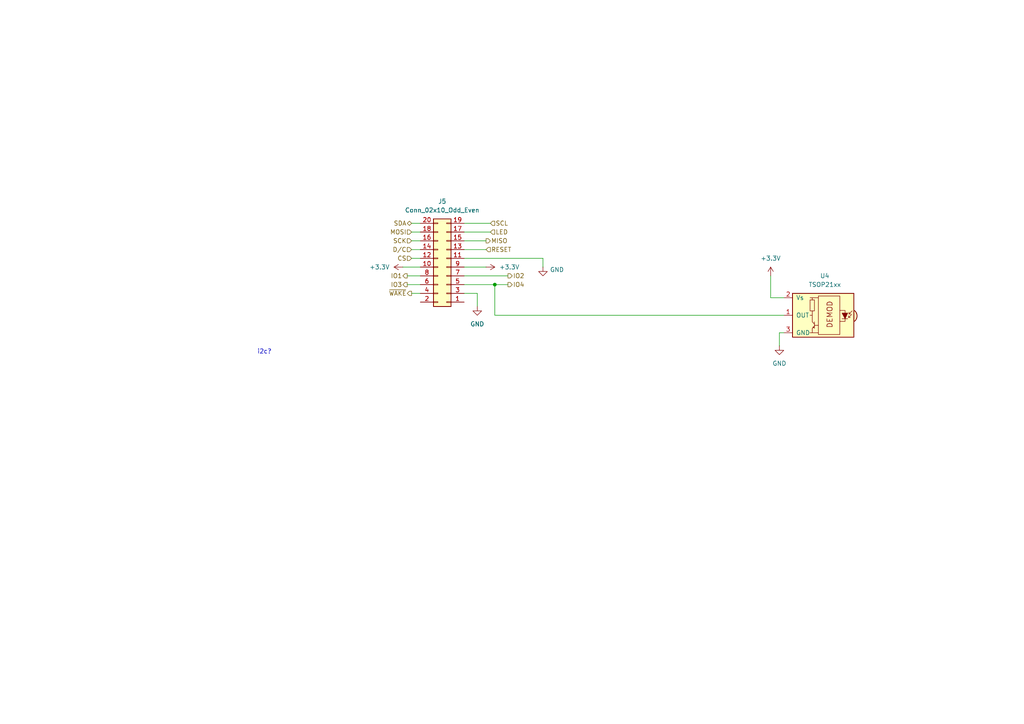
<source format=kicad_sch>
(kicad_sch (version 20231120) (generator "eeschema") (generator_version "8.0")
  (paper "A4")
  (title_block (title "Frontpanel connector"))
  (lib_symbols
    (symbol "Connector_Generic:Conn_02x10_Odd_Even" (pin_names (offset 1.016) hide)
      (property "Reference" "J" (at 1.27 12.7 0))
      (property "Value" "Conn_02x10_Odd_Even" (at 1.27 -15.24 0))
      (symbol "Conn_02x10_Odd_Even_1_1"
        (rectangle (start -1.27 -12.573) (end 0 -12.827) (stroke (width 0.1524)))
        (rectangle (start -1.27 -10.033) (end 0 -10.287) (stroke (width 0.1524)))
        (rectangle (start -1.27 -7.493) (end 0 -7.747) (stroke (width 0.1524)))
        (rectangle (start -1.27 -4.953) (end 0 -5.207) (stroke (width 0.1524)))
        (rectangle (start -1.27 -2.413) (end 0 -2.667) (stroke (width 0.1524)))
        (rectangle (start -1.27 0.127) (end 0 -0.127) (stroke (width 0.1524)))
        (rectangle (start -1.27 2.667) (end 0 2.413) (stroke (width 0.1524)))
        (rectangle (start -1.27 5.207) (end 0 4.953) (stroke (width 0.1524)))
        (rectangle (start -1.27 7.747) (end 0 7.493) (stroke (width 0.1524)))
        (rectangle (start -1.27 10.287) (end 0 10.033) (stroke (width 0.1524)))
        (rectangle (start -1.27 11.43) (end 3.81 -13.97) (stroke (width 0.254)) (fill (type background)))
        (rectangle (start 3.81 -12.573) (end 2.54 -12.827) (stroke (width 0.1524)))
        (rectangle (start 3.81 -10.033) (end 2.54 -10.287) (stroke (width 0.1524)))
        (rectangle (start 3.81 -7.493) (end 2.54 -7.747) (stroke (width 0.1524)))
        (rectangle (start 3.81 -4.953) (end 2.54 -5.207) (stroke (width 0.1524)))
        (rectangle (start 3.81 -2.413) (end 2.54 -2.667) (stroke (width 0.1524)))
        (rectangle (start 3.81 0.127) (end 2.54 -0.127) (stroke (width 0.1524)))
        (rectangle (start 3.81 2.667) (end 2.54 2.413) (stroke (width 0.1524)))
        (rectangle (start 3.81 5.207) (end 2.54 4.953) (stroke (width 0.1524)))
        (rectangle (start 3.81 7.747) (end 2.54 7.493) (stroke (width 0.1524)))
        (rectangle (start 3.81 10.287) (end 2.54 10.033) (stroke (width 0.1524)))
        (pin passive line (at -5.08 10.16 0) (length 3.81) (name "Pin_1") (number "1"))
        (pin passive line (at 7.62 0 180) (length 3.81) (name "Pin_10") (number "10"))
        (pin passive line (at -5.08 -2.54 0) (length 3.81) (name "Pin_11") (number "11"))
        (pin passive line (at 7.62 -2.54 180) (length 3.81) (name "Pin_12") (number "12"))
        (pin passive line (at -5.08 -5.08 0) (length 3.81) (name "Pin_13") (number "13"))
        (pin passive line (at 7.62 -5.08 180) (length 3.81) (name "Pin_14") (number "14"))
        (pin passive line (at -5.08 -7.62 0) (length 3.81) (name "Pin_15") (number "15"))
        (pin passive line (at 7.62 -7.62 180) (length 3.81) (name "Pin_16") (number "16"))
        (pin passive line (at -5.08 -10.16 0) (length 3.81) (name "Pin_17") (number "17"))
        (pin passive line (at 7.62 -10.16 180) (length 3.81) (name "Pin_18") (number "18"))
        (pin passive line (at -5.08 -12.7 0) (length 3.81) (name "Pin_19") (number "19"))
        (pin passive line (at 7.62 10.16 180) (length 3.81) (name "Pin_2") (number "2"))
        (pin passive line (at 7.62 -12.7 180) (length 3.81) (name "Pin_20") (number "20"))
        (pin passive line (at -5.08 7.62 0) (length 3.81) (name "Pin_3") (number "3"))
        (pin passive line (at 7.62 7.62 180) (length 3.81) (name "Pin_4") (number "4"))
        (pin passive line (at -5.08 5.08 0) (length 3.81) (name "Pin_5") (number "5"))
        (pin passive line (at 7.62 5.08 180) (length 3.81) (name "Pin_6") (number "6"))
        (pin passive line (at -5.08 2.54 0) (length 3.81) (name "Pin_7") (number "7"))
        (pin passive line (at 7.62 2.54 180) (length 3.81) (name "Pin_8") (number "8"))
        (pin passive line (at -5.08 0 0) (length 3.81) (name "Pin_9") (number "9"))
      )
    )
    (symbol "Interface_Optical:TSOP21xx" (pin_names (offset 1.016))
      (property "Reference" "U" (at -10.16 7.62 0))
      (property "Value" "TSOP21xx" (at -10.16 -7.62 0))
      (symbol "TSOP21xx_0_0"
        (arc (start -10.287 1.397) (mid -11.0899 -0.1852) (end -10.287 -1.778) (stroke (width 0.254)) (fill (type background)))
        (polyline (pts (xy 1.905 -5.08) (xy 0.127 -5.08)))
        (polyline (pts (xy 1.905 5.08) (xy 0.127 5.08)))
        (text "DEMOD" (at -3.175 0.254 900) (effects (font (size 1.524 1.524))))
      )
      (symbol "TSOP21xx_0_1"
        (rectangle (start -6.096 5.588) (end 0.127 -5.588))
        (polyline (pts (xy -8.763 0.381) (xy -9.652 1.27)))
        (polyline (pts (xy -8.763 0.381) (xy -9.271 0.381)))
        (polyline (pts (xy -8.763 0.381) (xy -8.763 0.889)))
        (polyline (pts (xy -8.636 -0.635) (xy -9.525 0.254)))
        (polyline (pts (xy -8.636 -0.635) (xy -9.144 -0.635)))
        (polyline (pts (xy -8.636 -0.635) (xy -8.636 -0.127)))
        (polyline (pts (xy -8.382 -1.016) (xy -6.731 -1.016)))
        (polyline (pts (xy 1.27 -2.921) (xy 0.127 -2.921)))
        (polyline (pts (xy 1.27 -1.905) (xy 1.27 -3.81)))
        (polyline (pts (xy 1.397 -3.556) (xy 1.524 -3.556)))
        (polyline (pts (xy 1.651 -3.556) (xy 1.524 -3.556)))
        (polyline (pts (xy 1.651 -3.556) (xy 1.651 -3.302)))
        (polyline (pts (xy 1.905 0) (xy 1.905 1.27)))
        (polyline (pts (xy 1.905 4.445) (xy 1.905 5.08) (xy 2.54 5.08)))
        (polyline (pts (xy -8.382 0.635) (xy -6.731 0.635) (xy -7.62 -1.016) (xy -8.382 0.635)) (fill (type outline)))
        (polyline (pts (xy -6.096 1.397) (xy -7.62 1.397) (xy -7.62 -1.778) (xy -6.096 -1.778)))
        (polyline (pts (xy 1.27 -3.175) (xy 1.905 -3.81) (xy 1.905 -5.08) (xy 2.54 -5.08)))
        (polyline (pts (xy 1.27 -2.54) (xy 1.905 -1.905) (xy 1.905 0) (xy 2.54 0)))
        (rectangle (start 2.54 1.27) (end 1.27 4.445))
        (rectangle (start 7.62 6.35) (end -10.16 -6.35) (stroke (width 0.254)) (fill (type background)))
      )
      (symbol "TSOP21xx_1_1"
        (pin output line (at 10.16 0 180) (length 2.54) (name "OUT") (number "1"))
        (pin power_in line (at 10.16 5.08 180) (length 2.54) (name "Vs") (number "2"))
        (pin power_in line (at 10.16 -5.08 180) (length 2.54) (name "GND") (number "3"))
      )
    )
    (symbol "power:+3.3V" (power) (pin_numbers hide) (pin_names (offset 0) hide)
      (property "Value" "+3.3V" (at 0 3.556 0))
      (symbol "+3.3V_0_1"
        (polyline (pts (xy -0.762 1.27) (xy 0 2.54)))
        (polyline (pts (xy 0 0) (xy 0 2.54)))
        (polyline (pts (xy 0 2.54) (xy 0.762 1.27)))
      )
      (symbol "+3.3V_1_1"
        (pin power_in line (at 0 0 90) (length 0) (name "~") (number "1"))
      )
    )
    (symbol "power:GND" (power) (pin_numbers hide) (pin_names (offset 0) hide)
      (property "Value" "GND" (at 0 -3.81 0))
      (symbol "GND_0_1"
        (polyline (pts (xy 0 0) (xy 0 -1.27) (xy 1.27 -1.27) (xy 0 -2.54) (xy -1.27 -1.27) (xy 0 -1.27)))
      )
      (symbol "GND_1_1"
        (pin power_in line (at 0 0 270) (length 0) (name "~") (number "1"))
      )
    )
  )
  (junction (at 143.51 82.55))
  (wire (pts (xy 119.38 72.39) (xy 121.92 72.39)))
  (wire (pts (xy 134.62 69.85) (xy 140.97 69.85)))
  (wire (pts (xy 140.97 77.47) (xy 134.62 77.47)))
  (wire (pts (xy 143.51 91.44) (xy 143.51 82.55)))
  (wire (pts (xy 134.62 82.55) (xy 143.51 82.55)))
  (wire (pts (xy 226.06 96.52) (xy 226.06 100.33)))
  (wire (pts (xy 119.38 69.85) (xy 121.92 69.85)))
  (wire (pts (xy 223.52 86.36) (xy 227.33 86.36)))
  (wire (pts (xy 134.62 72.39) (xy 140.97 72.39)))
  (wire (pts (xy 119.38 67.31) (xy 121.92 67.31)))
  (wire (pts (xy 118.11 82.55) (xy 121.92 82.55)))
  (wire (pts (xy 143.51 82.55) (xy 147.32 82.55)))
  (wire (pts (xy 134.62 80.01) (xy 147.32 80.01)))
  (wire (pts (xy 157.48 74.93) (xy 134.62 74.93)))
  (wire (pts (xy 227.33 96.52) (xy 226.06 96.52)))
  (wire (pts (xy 116.84 77.47) (xy 121.92 77.47)))
  (wire (pts (xy 227.33 91.44) (xy 143.51 91.44)))
  (wire (pts (xy 134.62 85.09) (xy 138.43 85.09)))
  (wire (pts (xy 118.11 80.01) (xy 121.92 80.01)))
  (wire (pts (xy 157.48 77.47) (xy 157.48 74.93)))
  (wire (pts (xy 119.38 85.09) (xy 121.92 85.09)))
  (wire (pts (xy 119.38 64.77) (xy 121.92 64.77)))
  (wire (pts (xy 142.24 64.77) (xy 134.62 64.77)))
  (wire (pts (xy 138.43 85.09) (xy 138.43 88.9)))
  (wire (pts (xy 134.62 67.31) (xy 142.24 67.31)))
  (wire (pts (xy 223.52 80.01) (xy 223.52 86.36)))
  (wire (pts (xy 119.38 74.93) (xy 121.92 74.93)))
  (text "i2c?\n" (at 76.708 102.108 0) (effects (font (size 1.27 1.27))))
  (hierarchical_label "IO4" (shape output) (at 147.32 82.55 0))
  (hierarchical_label "IO2" (shape output) (at 147.32 80.01 0))
  (hierarchical_label "D{slash}C" (shape input) (at 119.38 72.39 180))
  (hierarchical_label "RESET" (shape input) (at 140.97 72.39 0))
  (hierarchical_label "SCK" (shape input) (at 119.38 69.85 180))
  (hierarchical_label "~{WAKE}" (shape output) (at 119.38 85.09 180))
  (hierarchical_label "MISO" (shape output) (at 140.97 69.85 0))
  (hierarchical_label "LED" (shape input) (at 142.24 67.31 0))
  (hierarchical_label "SDA" (shape bidirectional) (at 119.38 64.77 180))
  (hierarchical_label "IO1" (shape output) (at 118.11 80.01 180))
  (hierarchical_label "MOSI" (shape input) (at 119.38 67.31 180))
  (hierarchical_label "CS" (shape input) (at 119.38 74.93 180))
  (hierarchical_label "IO3" (shape output) (at 118.11 82.55 180))
  (hierarchical_label "SCL" (shape input) (at 142.24 64.77 0))
  (symbol (lib_id "power:GND") (at 157.48 77.47 0) (unit 1)
    (property "Reference" "#PWR077" (effects (hide yes)))
    (property "Value" "GND" (at 161.544 78.232 0))
    (property "Description" "Power symbol creates a global label with name \"GND\" , ground" (effects (hide yes)))
  )
  (symbol (lib_id "power:+3.3V") (at 223.52 80.01 0) (mirror y) (unit 1)
    (property "Reference" "#PWR078" (effects (hide yes)))
    (property "Value" "+3.3V" (at 223.52 74.93 0))
    (property "Description" "Power symbol creates a global label with name \"+3.3V\"" (effects (hide yes)))
  )
  (symbol (lib_id "power:+3.3V") (at 140.97 77.47 270) (unit 1)
    (property "Reference" "#PWR076" (effects (hide yes)))
    (property "Value" "+3.3V" (at 144.78 77.4699 90) (effects (justify left)))
    (property "Description" "Power symbol creates a global label with name \"+3.3V\"" (effects (hide yes)))
  )
  (symbol (lib_id "Interface_Optical:TSOP21xx") (at 237.49 91.44 0) (mirror y) (unit 1)
    (property "Reference" "U4" (at 239.225 80.01 0))
    (property "Value" "TSOP21xx" (at 239.225 82.55 0))
    (property "Footprint" "OptoDevice:Vishay_MOLD-3Pin" (effects (hide yes)))
    (property "Datasheet" "http://www.vishay.com/docs/82460/tsop45.pdf" (effects (hide yes)))
    (property "Description" "IR Receiver Modules for Remote Control Systems" (effects (hide yes)))
  )
  (symbol (lib_id "power:GND") (at 138.43 88.9 0) (unit 1)
    (property "Reference" "#PWR075" (effects (hide yes)))
    (property "Value" "GND" (at 138.43 93.98 0))
    (property "Description" "Power symbol creates a global label with name \"GND\" , ground" (effects (hide yes)))
  )
  (symbol (lib_id "Connector_Generic:Conn_02x10_Odd_Even") (at 129.54 77.47 180) (unit 1)
    (property "Reference" "J5" (at 128.27 58.42 0))
    (property "Value" "Conn_02x10_Odd_Even" (at 128.27 60.96 0))
    (property "Footprint" "Connector_IDC:IDC-Header_2x10_P2.54mm_Horizontal" (effects (hide yes)))
    (property "Description" "Generic connector, double row, 02x10, odd/even pin numbering scheme (row 1 odd numbers, row 2 even numbers), script generated (kicad-library-utils/schlib/autogen/connector/)" (effects (hide yes)))
  )
  (symbol (lib_id "power:+3.3V") (at 116.84 77.47 90) (unit 1)
    (property "Reference" "#PWR074" (effects (hide yes)))
    (property "Value" "+3.3V" (at 113.03 77.4699 90) (effects (justify left)))
    (property "Description" "Power symbol creates a global label with name \"+3.3V\"" (effects (hide yes)))
  )
  (symbol (lib_id "power:GND") (at 226.06 100.33 0) (mirror y) (unit 1)
    (property "Reference" "#PWR079" (effects (hide yes)))
    (property "Value" "GND" (at 226.06 105.41 0))
    (property "Description" "Power symbol creates a global label with name \"GND\" , ground" (effects (hide yes)))
  )
)
</source>
